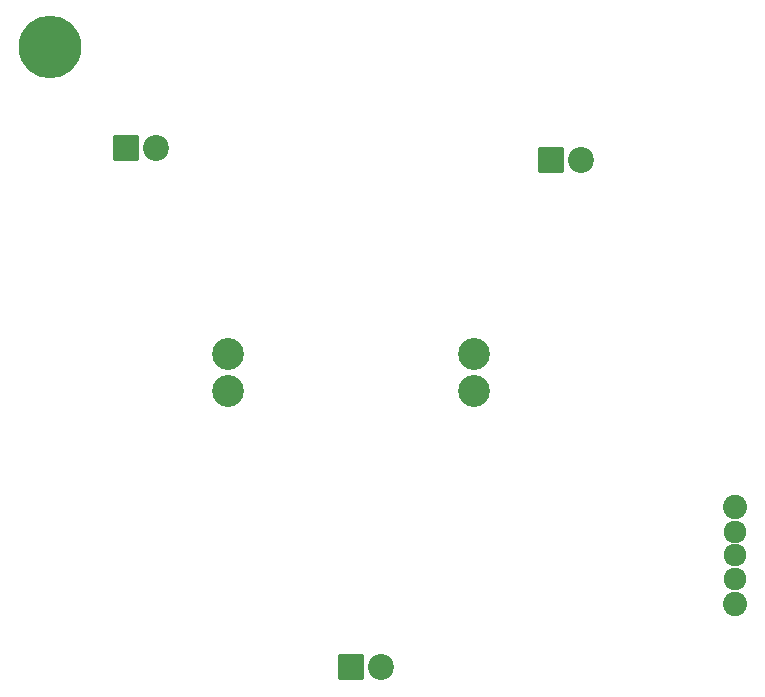
<source format=gts>
%TF.GenerationSoftware,KiCad,Pcbnew,7.0.2*%
%TF.CreationDate,2023-06-01T22:40:15-04:00*%
%TF.ProjectId,sectr-soldering-kit,73656374-722d-4736-9f6c-646572696e67,rev?*%
%TF.SameCoordinates,Original*%
%TF.FileFunction,Soldermask,Top*%
%TF.FilePolarity,Negative*%
%FSLAX46Y46*%
G04 Gerber Fmt 4.6, Leading zero omitted, Abs format (unit mm)*
G04 Created by KiCad (PCBNEW 7.0.2) date 2023-06-01 22:40:15*
%MOMM*%
%LPD*%
G01*
G04 APERTURE LIST*
G04 Aperture macros list*
%AMRoundRect*
0 Rectangle with rounded corners*
0 $1 Rounding radius*
0 $2 $3 $4 $5 $6 $7 $8 $9 X,Y pos of 4 corners*
0 Add a 4 corners polygon primitive as box body*
4,1,4,$2,$3,$4,$5,$6,$7,$8,$9,$2,$3,0*
0 Add four circle primitives for the rounded corners*
1,1,$1+$1,$2,$3*
1,1,$1+$1,$4,$5*
1,1,$1+$1,$6,$7*
1,1,$1+$1,$8,$9*
0 Add four rect primitives between the rounded corners*
20,1,$1+$1,$2,$3,$4,$5,0*
20,1,$1+$1,$4,$5,$6,$7,0*
20,1,$1+$1,$6,$7,$8,$9,0*
20,1,$1+$1,$8,$9,$2,$3,0*%
G04 Aperture macros list end*
%ADD10C,5.300000*%
%ADD11C,2.050000*%
%ADD12C,1.924000*%
%ADD13C,2.700000*%
%ADD14RoundRect,0.200000X-0.900000X-0.900000X0.900000X-0.900000X0.900000X0.900000X-0.900000X0.900000X0*%
%ADD15C,2.200000*%
G04 APERTURE END LIST*
D10*
%TO.C,REF\u002A\u002A*%
X119000000Y-43000000D03*
%TD*%
D11*
%TO.C,U1*%
X177000000Y-90100000D03*
X177000000Y-81900000D03*
D12*
X177000000Y-88000000D03*
X177000000Y-86000000D03*
X177000000Y-84000000D03*
%TD*%
D13*
%TO.C,BT2*%
X154900000Y-69000000D03*
X154900000Y-72100000D03*
X134100000Y-72100000D03*
X134100000Y-69000000D03*
%TD*%
D14*
%TO.C,D2*%
X161460000Y-52500000D03*
D15*
X164000000Y-52500000D03*
%TD*%
D14*
%TO.C,D3*%
X144500000Y-95500000D03*
D15*
X147040000Y-95500000D03*
%TD*%
D14*
%TO.C,D1*%
X125460000Y-51500000D03*
D15*
X128000000Y-51500000D03*
%TD*%
M02*

</source>
